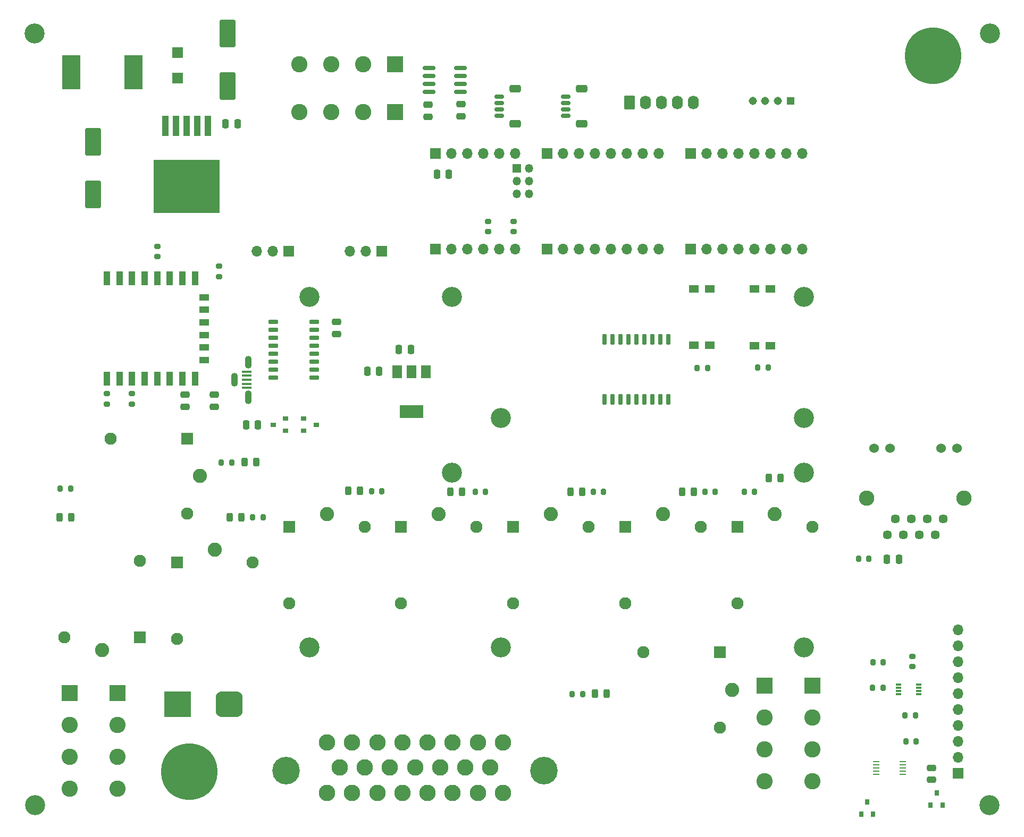
<source format=gbr>
%TF.GenerationSoftware,KiCad,Pcbnew,7.0.9*%
%TF.CreationDate,2024-05-20T07:51:08-06:00*%
%TF.ProjectId,RC11,52433131-2e6b-4696-9361-645f70636258,rev?*%
%TF.SameCoordinates,Original*%
%TF.FileFunction,Soldermask,Top*%
%TF.FilePolarity,Negative*%
%FSLAX46Y46*%
G04 Gerber Fmt 4.6, Leading zero omitted, Abs format (unit mm)*
G04 Created by KiCad (PCBNEW 7.0.9) date 2024-05-20 07:51:08*
%MOMM*%
%LPD*%
G01*
G04 APERTURE LIST*
G04 Aperture macros list*
%AMRoundRect*
0 Rectangle with rounded corners*
0 $1 Rounding radius*
0 $2 $3 $4 $5 $6 $7 $8 $9 X,Y pos of 4 corners*
0 Add a 4 corners polygon primitive as box body*
4,1,4,$2,$3,$4,$5,$6,$7,$8,$9,$2,$3,0*
0 Add four circle primitives for the rounded corners*
1,1,$1+$1,$2,$3*
1,1,$1+$1,$4,$5*
1,1,$1+$1,$6,$7*
1,1,$1+$1,$8,$9*
0 Add four rect primitives between the rounded corners*
20,1,$1+$1,$2,$3,$4,$5,0*
20,1,$1+$1,$4,$5,$6,$7,0*
20,1,$1+$1,$6,$7,$8,$9,0*
20,1,$1+$1,$8,$9,$2,$3,0*%
G04 Aperture macros list end*
%ADD10C,2.625000*%
%ADD11C,4.395000*%
%ADD12RoundRect,0.150000X-0.625000X0.150000X-0.625000X-0.150000X0.625000X-0.150000X0.625000X0.150000X0*%
%ADD13RoundRect,0.249999X-0.650001X0.350001X-0.650001X-0.350001X0.650001X-0.350001X0.650001X0.350001X0*%
%ADD14RoundRect,0.250000X0.250000X0.475000X-0.250000X0.475000X-0.250000X-0.475000X0.250000X-0.475000X0*%
%ADD15RoundRect,0.250000X-0.250000X-0.475000X0.250000X-0.475000X0.250000X0.475000X-0.250000X0.475000X0*%
%ADD16RoundRect,0.250000X1.000000X-1.950000X1.000000X1.950000X-1.000000X1.950000X-1.000000X-1.950000X0*%
%ADD17RoundRect,0.250000X-1.000000X1.950000X-1.000000X-1.950000X1.000000X-1.950000X1.000000X1.950000X0*%
%ADD18R,1.800000X1.800000*%
%ADD19R,1.500000X2.000000*%
%ADD20R,3.800000X2.000000*%
%ADD21R,1.050000X3.210000*%
%ADD22R,10.530000X8.460000*%
%ADD23C,0.001000*%
%ADD24C,1.446000*%
%ADD25C,1.530000*%
%ADD26C,2.445000*%
%ADD27R,2.900000X5.400000*%
%ADD28RoundRect,0.150000X-0.150000X0.725000X-0.150000X-0.725000X0.150000X-0.725000X0.150000X0.725000X0*%
%ADD29R,1.950000X1.950000*%
%ADD30C,2.250000*%
%ADD31C,1.950000*%
%ADD32R,1.700000X1.700000*%
%ADD33O,1.700000X1.700000*%
%ADD34R,1.350000X1.350000*%
%ADD35O,1.350000X1.350000*%
%ADD36R,2.600000X2.600000*%
%ADD37C,2.600000*%
%ADD38C,3.200000*%
%ADD39RoundRect,0.200000X0.200000X0.275000X-0.200000X0.275000X-0.200000X-0.275000X0.200000X-0.275000X0*%
%ADD40RoundRect,0.200000X-0.200000X-0.275000X0.200000X-0.275000X0.200000X0.275000X-0.200000X0.275000X0*%
%ADD41R,1.500000X1.300000*%
%ADD42R,1.308000X1.308000*%
%ADD43C,1.308000*%
%ADD44RoundRect,1.025000X-1.125000X1.025000X-1.125000X-1.025000X1.125000X-1.025000X1.125000X1.025000X0*%
%ADD45R,4.300000X4.100000*%
%ADD46C,9.000000*%
%ADD47RoundRect,0.243750X0.243750X0.456250X-0.243750X0.456250X-0.243750X-0.456250X0.243750X-0.456250X0*%
%ADD48RoundRect,0.243750X-0.243750X-0.456250X0.243750X-0.456250X0.243750X0.456250X-0.243750X0.456250X0*%
%ADD49RoundRect,0.250000X-0.475000X0.250000X-0.475000X-0.250000X0.475000X-0.250000X0.475000X0.250000X0*%
%ADD50R,1.500000X0.450000*%
%ADD51O,1.100000X2.000000*%
%ADD52O,1.100000X2.200000*%
%ADD53R,0.900000X0.800000*%
%ADD54RoundRect,0.200000X-0.275000X0.200000X-0.275000X-0.200000X0.275000X-0.200000X0.275000X0.200000X0*%
%ADD55RoundRect,0.200000X0.275000X-0.200000X0.275000X0.200000X-0.275000X0.200000X-0.275000X-0.200000X0*%
%ADD56R,1.000000X2.200000*%
%ADD57R,1.500000X1.000000*%
%ADD58RoundRect,0.150000X-0.650000X-0.150000X0.650000X-0.150000X0.650000X0.150000X-0.650000X0.150000X0*%
%ADD59R,0.800000X0.900000*%
%ADD60R,0.850000X0.300000*%
%ADD61RoundRect,0.249999X-0.620001X-0.845001X0.620001X-0.845001X0.620001X0.845001X-0.620001X0.845001X0*%
%ADD62O,1.740000X2.190000*%
%ADD63RoundRect,0.250000X0.475000X-0.250000X0.475000X0.250000X-0.475000X0.250000X-0.475000X-0.250000X0*%
%ADD64R,1.100000X0.250000*%
%ADD65RoundRect,0.150000X0.825000X0.150000X-0.825000X0.150000X-0.825000X-0.150000X0.825000X-0.150000X0*%
G04 APERTURE END LIST*
D10*
%TO.C,J8*%
X70000000Y-146500000D03*
X74000000Y-146500000D03*
X78000000Y-146500000D03*
X82000000Y-146500000D03*
X86000000Y-146500000D03*
X90000000Y-146500000D03*
X94000000Y-146500000D03*
X98000000Y-146500000D03*
X72000000Y-150500000D03*
X76000000Y-150500000D03*
X80000000Y-150500000D03*
X84000000Y-150500000D03*
X88000000Y-150500000D03*
X92000000Y-150500000D03*
X96000000Y-150500000D03*
X70000000Y-154500000D03*
X74000000Y-154500000D03*
X78000000Y-154500000D03*
X82000000Y-154500000D03*
X86000000Y-154500000D03*
X90000000Y-154500000D03*
X94000000Y-154500000D03*
X98000000Y-154500000D03*
D11*
X63500000Y-151000000D03*
X104500000Y-151000000D03*
%TD*%
D12*
%TO.C,J2*%
X107996600Y-43559600D03*
X107996600Y-44559600D03*
X107996600Y-45559600D03*
X107996600Y-46559600D03*
D13*
X110521600Y-47859600D03*
X110521600Y-42259600D03*
%TD*%
D12*
%TO.C,J3*%
X97394600Y-43559600D03*
X97394600Y-44559600D03*
X97394600Y-45559600D03*
X97394600Y-46559600D03*
D13*
X99919600Y-47859600D03*
X99919600Y-42259600D03*
%TD*%
D14*
%TO.C,C1*%
X83347600Y-83830200D03*
X81447600Y-83830200D03*
%TD*%
%TO.C,C2*%
X78308200Y-87325200D03*
X76408200Y-87325200D03*
%TD*%
D15*
%TO.C,C3*%
X53822600Y-47879000D03*
X55722600Y-47879000D03*
%TD*%
D16*
%TO.C,C4*%
X54163000Y-41868200D03*
X54163000Y-33468200D03*
%TD*%
D17*
%TO.C,C5*%
X32700000Y-50689400D03*
X32700000Y-59089400D03*
%TD*%
D18*
%TO.C,D2*%
X46187400Y-40531800D03*
X46187400Y-36531800D03*
%TD*%
D19*
%TO.C,IC1*%
X85728600Y-87414800D03*
X83428600Y-87414800D03*
X81128600Y-87414800D03*
D20*
X83428600Y-93714800D03*
%TD*%
D21*
%TO.C,IC2*%
X51047900Y-48174750D03*
X49347900Y-48174750D03*
X47647900Y-48174750D03*
X45947900Y-48174750D03*
X44247900Y-48174750D03*
D22*
X47647900Y-57804750D03*
%TD*%
D23*
%TO.C,J12*%
X157988000Y-104510800D03*
X169418000Y-104510800D03*
D24*
X168148000Y-110860800D03*
X166878000Y-113400800D03*
X165608000Y-110860800D03*
X164338000Y-113400800D03*
X163068000Y-110860800D03*
X161798000Y-113400800D03*
X160528000Y-110860800D03*
X159258000Y-113400800D03*
D25*
X170328000Y-99610800D03*
X167788000Y-99610800D03*
X159618000Y-99610800D03*
X157078000Y-99610800D03*
D26*
X171448000Y-107560800D03*
X155958000Y-107560800D03*
%TD*%
D27*
%TO.C,L1*%
X39163800Y-39649400D03*
X29263800Y-39649400D03*
%TD*%
D28*
%TO.C,U3*%
X124307600Y-82255600D03*
X123037600Y-82255600D03*
X121767600Y-82255600D03*
X120497600Y-82255600D03*
X119227600Y-82255600D03*
X117957600Y-82255600D03*
X116687600Y-82255600D03*
X115417600Y-82255600D03*
X114147600Y-82255600D03*
X114147600Y-91805600D03*
X115417600Y-91805600D03*
X116687600Y-91805600D03*
X117957600Y-91805600D03*
X119227600Y-91805600D03*
X120497600Y-91805600D03*
X121767600Y-91805600D03*
X123037600Y-91805600D03*
X124307600Y-91805600D03*
%TD*%
D29*
%TO.C,RLY8*%
X132537200Y-132115600D03*
D30*
X134537200Y-138115600D03*
D31*
X132537200Y-144115600D03*
X120337200Y-132115600D03*
%TD*%
D29*
%TO.C,RLY2*%
X46109466Y-117753400D03*
D30*
X52109466Y-115753400D03*
D31*
X58109466Y-117753400D03*
X46109466Y-129953400D03*
%TD*%
D29*
%TO.C,RLY3*%
X63948732Y-112080600D03*
D30*
X69948732Y-110080600D03*
D31*
X75948732Y-112080600D03*
X63948732Y-124280600D03*
%TD*%
D29*
%TO.C,RLY4*%
X81787998Y-112080600D03*
D30*
X87787998Y-110080600D03*
D31*
X93787998Y-112080600D03*
X81787998Y-124280600D03*
%TD*%
D29*
%TO.C,RLY5*%
X99627264Y-112080600D03*
D30*
X105627264Y-110080600D03*
D31*
X111627264Y-112080600D03*
X99627264Y-124280600D03*
%TD*%
D29*
%TO.C,RLY6*%
X117466530Y-112080600D03*
D30*
X123466530Y-110080600D03*
D31*
X129466530Y-112080600D03*
X117466530Y-124280600D03*
%TD*%
D29*
%TO.C,RLY7*%
X135305800Y-112080600D03*
D30*
X141305800Y-110080600D03*
D31*
X147305800Y-112080600D03*
X135305800Y-124280600D03*
%TD*%
D15*
%TO.C,C8*%
X159156400Y-117246400D03*
X161056400Y-117246400D03*
%TD*%
D32*
%TO.C,J5*%
X127863600Y-67802800D03*
D33*
X130403600Y-67802800D03*
X132943600Y-67802800D03*
X135483600Y-67802800D03*
X138023600Y-67802800D03*
X140563600Y-67802800D03*
X143103600Y-67802800D03*
X145643600Y-67802800D03*
%TD*%
D32*
%TO.C,J7*%
X127863600Y-52562800D03*
D33*
X130403600Y-52562800D03*
X132943600Y-52562800D03*
X135483600Y-52562800D03*
X138023600Y-52562800D03*
X140563600Y-52562800D03*
X143103600Y-52562800D03*
X145643600Y-52562800D03*
%TD*%
D34*
%TO.C,J11*%
X100193600Y-55001200D03*
D35*
X102193600Y-55001200D03*
X100193600Y-57001200D03*
X102193600Y-57001200D03*
X100193600Y-59001200D03*
X102193600Y-59001200D03*
%TD*%
D36*
%TO.C,KF2*%
X139701400Y-137449600D03*
X147321400Y-137449600D03*
D37*
X147321400Y-142529600D03*
X139701400Y-142529600D03*
X139701400Y-147609600D03*
X147321400Y-147609600D03*
X147321400Y-152689600D03*
X139701400Y-152689600D03*
%TD*%
D15*
%TO.C,C6*%
X87492800Y-55915600D03*
X89392800Y-55915600D03*
%TD*%
D38*
%TO.C, *%
X175514000Y-156466600D03*
%TD*%
%TO.C, *%
X23520400Y-156517400D03*
%TD*%
%TO.C, *%
X23393400Y-33444200D03*
%TD*%
%TO.C, *%
X175539400Y-33469600D03*
%TD*%
D39*
%TO.C,R11*%
X156262800Y-117195600D03*
X154612800Y-117195600D03*
%TD*%
D40*
%TO.C,R1*%
X128936000Y-86827400D03*
X130586000Y-86827400D03*
%TD*%
%TO.C,R2*%
X138562600Y-86725800D03*
X140212600Y-86725800D03*
%TD*%
D41*
%TO.C,U1*%
X128389400Y-83199400D03*
X130929400Y-83199400D03*
X130929400Y-74199400D03*
X128389400Y-74199400D03*
%TD*%
%TO.C,U2*%
X138041400Y-83224800D03*
X140581400Y-83224800D03*
X140581400Y-74224800D03*
X138041400Y-74224800D03*
%TD*%
D32*
%TO.C,J4*%
X87223600Y-67802800D03*
D33*
X89763600Y-67802800D03*
X92303600Y-67802800D03*
X94843600Y-67802800D03*
X97383600Y-67802800D03*
X99923600Y-67802800D03*
%TD*%
D32*
%TO.C,J6*%
X105003600Y-67802800D03*
D33*
X107543600Y-67802800D03*
X110083600Y-67802800D03*
X112623600Y-67802800D03*
X115163600Y-67802800D03*
X117703600Y-67802800D03*
X120243600Y-67802800D03*
X122783600Y-67802800D03*
%TD*%
D32*
%TO.C,J15*%
X87223600Y-52562800D03*
D33*
X89763600Y-52562800D03*
X92303600Y-52562800D03*
X94843600Y-52562800D03*
X97383600Y-52562800D03*
X99923600Y-52562800D03*
%TD*%
D32*
%TO.C,J16*%
X105003600Y-52562800D03*
D33*
X107543600Y-52562800D03*
X110083600Y-52562800D03*
X112623600Y-52562800D03*
X115163600Y-52562800D03*
X117703600Y-52562800D03*
X120243600Y-52562800D03*
X122783600Y-52562800D03*
%TD*%
D42*
%TO.C,J21*%
X143766800Y-44219800D03*
D43*
X141766800Y-44219800D03*
X139766800Y-44219800D03*
X137766800Y-44219800D03*
%TD*%
D44*
%TO.C,D1*%
X54417400Y-140411200D03*
D45*
X46217400Y-140411200D03*
%TD*%
D46*
%TO.C,J14*%
X166471600Y-37033200D03*
%TD*%
%TO.C,J17*%
X48082200Y-151104600D03*
%TD*%
D36*
%TO.C,KF1*%
X28982800Y-138592600D03*
X36602800Y-138592600D03*
D37*
X28982800Y-143672600D03*
X36602800Y-143672600D03*
X28982800Y-148752600D03*
X36602800Y-148752600D03*
X36602800Y-153832600D03*
X28982800Y-153832600D03*
%TD*%
D38*
%TO.C,REF\u002A\u002A*%
X67147800Y-131365600D03*
X97627800Y-131365600D03*
X145887800Y-103485600D03*
X67147800Y-75485600D03*
X89887800Y-75485600D03*
X97627800Y-94785600D03*
X145887800Y-94785600D03*
X145887800Y-131365600D03*
X89887800Y-103485600D03*
X145887800Y-75485600D03*
%TD*%
D47*
%TO.C,D3*%
X58747900Y-101762600D03*
X56872900Y-101762600D03*
%TD*%
D48*
%TO.C,D4*%
X54485300Y-110576400D03*
X56360300Y-110576400D03*
%TD*%
%TO.C,D5*%
X73332100Y-106360000D03*
X75207100Y-106360000D03*
%TD*%
%TO.C,D6*%
X89588100Y-106563200D03*
X91463100Y-106563200D03*
%TD*%
%TO.C,D7*%
X108714300Y-106537800D03*
X110589300Y-106537800D03*
%TD*%
%TO.C,D8*%
X126494300Y-106512400D03*
X128369300Y-106512400D03*
%TD*%
%TO.C,D9*%
X140311900Y-104302600D03*
X142186900Y-104302600D03*
%TD*%
D47*
%TO.C,D10*%
X114526300Y-138719600D03*
X112651300Y-138719600D03*
%TD*%
D40*
%TO.C,R3*%
X53150000Y-101864200D03*
X54800000Y-101864200D03*
%TD*%
D39*
%TO.C,R4*%
X59778400Y-110576400D03*
X58128400Y-110576400D03*
%TD*%
%TO.C,R5*%
X78726800Y-106410800D03*
X77076800Y-106410800D03*
%TD*%
%TO.C,R6*%
X95211400Y-106563200D03*
X93561400Y-106563200D03*
%TD*%
%TO.C,R7*%
X114007400Y-106537800D03*
X112357400Y-106537800D03*
%TD*%
%TO.C,R8*%
X131812800Y-106512400D03*
X130162800Y-106512400D03*
%TD*%
D40*
%TO.C,R9*%
X136411200Y-106568800D03*
X138061200Y-106568800D03*
%TD*%
%TO.C,R10*%
X109042200Y-138795800D03*
X110692200Y-138795800D03*
%TD*%
D29*
%TO.C,RLY1*%
X47726600Y-98018600D03*
D30*
X49726600Y-104018600D03*
D31*
X47726600Y-110018600D03*
X35526600Y-98018600D03*
%TD*%
D49*
%TO.C,C7*%
X52070000Y-91048800D03*
X52070000Y-92948800D03*
%TD*%
%TO.C,C9*%
X47371000Y-91074200D03*
X47371000Y-92974200D03*
%TD*%
%TO.C,C30*%
X71501000Y-79466400D03*
X71501000Y-81366400D03*
%TD*%
D14*
%TO.C,C31*%
X58978800Y-95834200D03*
X57078800Y-95834200D03*
%TD*%
D50*
%TO.C,J9*%
X57179400Y-87371400D03*
X57179400Y-88021400D03*
X57179400Y-88671400D03*
X57179400Y-89321400D03*
X57179400Y-89971400D03*
D51*
X57429400Y-85871400D03*
D52*
X57429400Y-91471400D03*
X55279400Y-88671400D03*
%TD*%
D53*
%TO.C,Q1*%
X63397600Y-96784200D03*
X63397600Y-94884200D03*
X61397600Y-95834200D03*
%TD*%
%TO.C,Q2*%
X66274400Y-94884200D03*
X66274400Y-96784200D03*
X68274400Y-95834200D03*
%TD*%
D54*
%TO.C,R14*%
X34925000Y-90869000D03*
X34925000Y-92519000D03*
%TD*%
%TO.C,R15*%
X38938200Y-90869000D03*
X38938200Y-92519000D03*
%TD*%
%TO.C,R16*%
X42951400Y-67399400D03*
X42951400Y-69049400D03*
%TD*%
D55*
%TO.C,R17*%
X52755800Y-72212200D03*
X52755800Y-70562200D03*
%TD*%
D56*
%TO.C,U4*%
X34944400Y-88519000D03*
X36944400Y-88519000D03*
X38944400Y-88519000D03*
X40944400Y-88519000D03*
X42944400Y-88519000D03*
X44944400Y-88519000D03*
X46944400Y-88519000D03*
X48944400Y-88519000D03*
D57*
X50444400Y-85519000D03*
X50444400Y-83519000D03*
X50444400Y-81519000D03*
X50444400Y-79519000D03*
X50444400Y-77519000D03*
X50444400Y-75519000D03*
D56*
X48944400Y-72519000D03*
X46944400Y-72519000D03*
X44944400Y-72519000D03*
X42944400Y-72519000D03*
X40944400Y-72519000D03*
X38944400Y-72519000D03*
X36944400Y-72519000D03*
X34944400Y-72519000D03*
%TD*%
D58*
%TO.C,U8*%
X61459000Y-79425800D03*
X61459000Y-80695800D03*
X61459000Y-81965800D03*
X61459000Y-83235800D03*
X61459000Y-84505800D03*
X61459000Y-85775800D03*
X61459000Y-87045800D03*
X61459000Y-88315800D03*
X67959000Y-88315800D03*
X67959000Y-87045800D03*
X67959000Y-85775800D03*
X67959000Y-84505800D03*
X67959000Y-83235800D03*
X67959000Y-81965800D03*
X67959000Y-80695800D03*
X67959000Y-79425800D03*
%TD*%
D54*
%TO.C,R12*%
X99720400Y-63411600D03*
X99720400Y-65061600D03*
%TD*%
%TO.C,R13*%
X95605600Y-63411600D03*
X95605600Y-65061600D03*
%TD*%
D32*
%TO.C,J10*%
X78689200Y-68158400D03*
D33*
X76149200Y-68158400D03*
X73609200Y-68158400D03*
%TD*%
D32*
%TO.C,J18*%
X63881000Y-68158400D03*
D33*
X61341000Y-68158400D03*
X58801000Y-68158400D03*
%TD*%
D59*
%TO.C,D11*%
X166105800Y-156509000D03*
X168005800Y-156509000D03*
X167055800Y-154509000D03*
%TD*%
D60*
%TO.C,IC3*%
X161035800Y-137283800D03*
X161035800Y-137783800D03*
X161035800Y-138283800D03*
X161035800Y-138783800D03*
X164185800Y-138783800D03*
X164185800Y-138283800D03*
X164185800Y-137783800D03*
X164185800Y-137283800D03*
%TD*%
D32*
%TO.C,J19*%
X170510200Y-151394200D03*
D33*
X170510200Y-148854200D03*
X170510200Y-146314200D03*
X170510200Y-143774200D03*
X170510200Y-141234200D03*
X170510200Y-138694200D03*
X170510200Y-136154200D03*
X170510200Y-133614200D03*
X170510200Y-131074200D03*
X170510200Y-128534200D03*
%TD*%
D40*
%TO.C,R18*%
X162141400Y-146288800D03*
X163791400Y-146288800D03*
%TD*%
%TO.C,R19*%
X162014400Y-142148600D03*
X163664400Y-142148600D03*
%TD*%
D54*
%TO.C,R20*%
X163169600Y-132763800D03*
X163169600Y-134413800D03*
%TD*%
D39*
%TO.C,R21*%
X158559000Y-133665000D03*
X156909000Y-133665000D03*
%TD*%
%TO.C,R22*%
X158533600Y-137805200D03*
X156883600Y-137805200D03*
%TD*%
D61*
%TO.C,J13*%
X118135400Y-44439800D03*
D62*
X120675400Y-44439800D03*
X123215400Y-44439800D03*
X125755400Y-44439800D03*
X128295400Y-44439800D03*
%TD*%
D59*
%TO.C,D12*%
X155031400Y-157931400D03*
X156931400Y-157931400D03*
X155981400Y-155931400D03*
%TD*%
D63*
%TO.C,C11*%
X166268400Y-152420400D03*
X166268400Y-150520400D03*
%TD*%
D64*
%TO.C,U6*%
X157412800Y-149530600D03*
X157412800Y-150030600D03*
X157412800Y-150530600D03*
X157412800Y-151030600D03*
X157412800Y-151530600D03*
X161712800Y-151530600D03*
X161712800Y-151030600D03*
X161712800Y-150530600D03*
X161712800Y-150030600D03*
X161712800Y-149530600D03*
%TD*%
D29*
%TO.C,RLY9*%
X40182800Y-129753400D03*
D30*
X34182800Y-131753400D03*
D31*
X28182800Y-129753400D03*
X40182800Y-117553400D03*
%TD*%
D63*
%TO.C,C16*%
X91287600Y-46644600D03*
X91287600Y-44744600D03*
%TD*%
D49*
%TO.C,C17*%
X86055200Y-44846200D03*
X86055200Y-46746200D03*
%TD*%
D65*
%TO.C,U9*%
X91197200Y-42748200D03*
X91197200Y-41478200D03*
X91197200Y-40208200D03*
X91197200Y-38938200D03*
X86247200Y-38938200D03*
X86247200Y-40208200D03*
X86247200Y-41478200D03*
X86247200Y-42748200D03*
%TD*%
D36*
%TO.C,KF3*%
X80797400Y-46000800D03*
X80797400Y-38380800D03*
D37*
X75717400Y-38380800D03*
X75717400Y-46000800D03*
X70637400Y-38380800D03*
X70637400Y-46000800D03*
X65557400Y-38380800D03*
X65557400Y-46000800D03*
%TD*%
D48*
%TO.C,D13*%
X27360400Y-110591600D03*
X29235400Y-110591600D03*
%TD*%
D39*
%TO.C,R23*%
X29146000Y-105994200D03*
X27496000Y-105994200D03*
%TD*%
M02*

</source>
